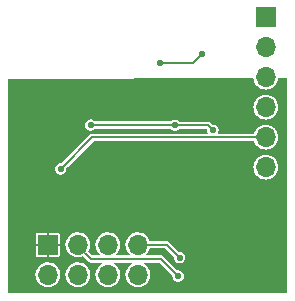
<source format=gbr>
%TF.GenerationSoftware,KiCad,Pcbnew,(6.0.7)*%
%TF.CreationDate,2022-09-08T10:14:31+02:00*%
%TF.ProjectId,esp8266_KiCAD,65737038-3236-4365-9f4b-694341442e6b,rev?*%
%TF.SameCoordinates,Original*%
%TF.FileFunction,Copper,L2,Bot*%
%TF.FilePolarity,Positive*%
%FSLAX46Y46*%
G04 Gerber Fmt 4.6, Leading zero omitted, Abs format (unit mm)*
G04 Created by KiCad (PCBNEW (6.0.7)) date 2022-09-08 10:14:31*
%MOMM*%
%LPD*%
G01*
G04 APERTURE LIST*
%TA.AperFunction,ComponentPad*%
%ADD10R,1.700000X1.700000*%
%TD*%
%TA.AperFunction,ComponentPad*%
%ADD11O,1.700000X1.700000*%
%TD*%
%TA.AperFunction,ViaPad*%
%ADD12C,0.558800*%
%TD*%
%TA.AperFunction,Conductor*%
%ADD13C,0.200000*%
%TD*%
G04 APERTURE END LIST*
D10*
%TO.P,U2,1,Pin_2*%
%TO.N,GND*%
X73775000Y-50840000D03*
D11*
%TO.P,U2,2,Pin_4*%
%TO.N,/TMS*%
X76315000Y-50840000D03*
%TO.P,U2,3,Pin_6*%
%TO.N,Net-(D2-Pad1)*%
X78855000Y-50840000D03*
%TO.P,U2,4,Pin_8*%
%TO.N,/TCK*%
X81395000Y-50840000D03*
%TO.P,U2,5,Pin_1*%
%TO.N,Net-(J1-Pad5)*%
X73775000Y-53380000D03*
%TO.P,U2,6,Pin_3*%
%TO.N,Net-(C2-Pad1)*%
X76315000Y-53380000D03*
%TO.P,U2,7,Pin_5*%
%TO.N,unconnected-(U2-Pad7)*%
X78855000Y-53380000D03*
%TO.P,U2,8,Pin_7*%
%TO.N,+3V3*%
X81395000Y-53380000D03*
%TD*%
D10*
%TO.P,J1,1,Pin_1*%
%TO.N,GND*%
X92225000Y-31575000D03*
D11*
%TO.P,J1,2,Pin_2*%
%TO.N,unconnected-(J1-Pad2)*%
X92225000Y-34115000D03*
%TO.P,J1,3,Pin_3*%
%TO.N,unconnected-(J1-Pad3)*%
X92225000Y-36655000D03*
%TO.P,J1,4,Pin_4*%
%TO.N,Net-(D1-Pad3)*%
X92225000Y-39195000D03*
%TO.P,J1,5,Pin_5*%
%TO.N,Net-(J1-Pad5)*%
X92225000Y-41735000D03*
%TO.P,J1,6,Pin_6*%
%TO.N,Net-(D2-Pad2)*%
X92225000Y-44275000D03*
%TD*%
D12*
%TO.N,GND*%
X75125000Y-37600000D03*
X77500000Y-37525000D03*
X76400000Y-47000000D03*
X80275000Y-39025000D03*
X80075000Y-44100000D03*
X79825000Y-48150000D03*
X82400000Y-47900000D03*
X82425000Y-44850000D03*
X82600000Y-42750000D03*
X82800000Y-39075000D03*
X84225000Y-38125000D03*
X93675000Y-37075000D03*
X89800000Y-40100000D03*
X89850000Y-38200000D03*
X93650000Y-46425000D03*
X89575000Y-45700000D03*
X86550000Y-45700000D03*
X93700000Y-54500000D03*
X89825000Y-54575000D03*
X83900000Y-54300000D03*
X71350000Y-53600000D03*
X71300000Y-50650000D03*
X71300000Y-48300000D03*
X71300000Y-46150000D03*
X71300000Y-43500000D03*
X71225000Y-40950000D03*
X71150000Y-38575000D03*
X72325000Y-37450000D03*
%TO.N,Net-(D2-Pad1)*%
X86800000Y-34675000D03*
%TO.N,Net-(C2-Pad1)*%
X87750000Y-41150000D03*
X84550000Y-40725000D03*
%TO.N,/TMS*%
X84800000Y-53500000D03*
%TO.N,/TCK*%
X84925000Y-51925000D03*
%TO.N,Net-(D2-Pad1)*%
X83300000Y-35450000D03*
%TO.N,Net-(C2-Pad1)*%
X77400000Y-40700000D03*
%TO.N,Net-(J1-Pad5)*%
X74850000Y-44425000D03*
%TD*%
D13*
%TO.N,/TMS*%
X77400000Y-52050000D02*
X83350000Y-52050000D01*
X83350000Y-52050000D02*
X84800000Y-53500000D01*
X76190000Y-50840000D02*
X77400000Y-52050000D01*
%TO.N,/TCK*%
X83840000Y-50840000D02*
X84925000Y-51925000D01*
X81270000Y-50840000D02*
X83840000Y-50840000D01*
%TO.N,Net-(J1-Pad5)*%
X74850000Y-44425000D02*
X77540000Y-41735000D01*
X77540000Y-41735000D02*
X92225000Y-41735000D01*
%TO.N,Net-(D2-Pad1)*%
X86025000Y-35450000D02*
X86800000Y-34675000D01*
X83300000Y-35450000D02*
X86025000Y-35450000D01*
%TO.N,Net-(C2-Pad1)*%
X84550000Y-40725000D02*
X87325000Y-40725000D01*
X87325000Y-40725000D02*
X87750000Y-41150000D01*
X84525000Y-40700000D02*
X84550000Y-40725000D01*
X77400000Y-40700000D02*
X84525000Y-40700000D01*
%TD*%
%TA.AperFunction,Conductor*%
%TO.N,GND*%
G36*
X93976025Y-36709240D02*
G01*
X93985100Y-36731052D01*
X93985100Y-54866350D01*
X93976094Y-54888094D01*
X93954350Y-54897100D01*
X70445650Y-54897100D01*
X70423906Y-54888094D01*
X70414900Y-54866350D01*
X70414900Y-53365262D01*
X72719520Y-53365262D01*
X72719646Y-53366763D01*
X72731730Y-53510661D01*
X72736759Y-53570553D01*
X72737173Y-53571996D01*
X72790474Y-53757878D01*
X72793544Y-53768586D01*
X72887712Y-53951818D01*
X72888646Y-53952996D01*
X72888647Y-53952998D01*
X73014745Y-54112095D01*
X73014749Y-54112099D01*
X73015677Y-54113270D01*
X73172564Y-54246791D01*
X73173870Y-54247521D01*
X73173873Y-54247523D01*
X73351084Y-54346563D01*
X73351087Y-54346564D01*
X73352398Y-54347297D01*
X73548329Y-54410959D01*
X73638255Y-54421682D01*
X73751405Y-54435174D01*
X73751411Y-54435174D01*
X73752894Y-54435351D01*
X73754389Y-54435236D01*
X73754392Y-54435236D01*
X73956796Y-54419662D01*
X73956799Y-54419662D01*
X73958300Y-54419546D01*
X73959748Y-54419142D01*
X73959752Y-54419141D01*
X74074046Y-54387229D01*
X74156725Y-54364145D01*
X74340610Y-54271258D01*
X74502951Y-54144424D01*
X74530857Y-54112095D01*
X74636585Y-53989606D01*
X74637564Y-53988472D01*
X74642070Y-53980541D01*
X74738581Y-53810650D01*
X74739323Y-53809344D01*
X74752695Y-53769147D01*
X74803878Y-53615286D01*
X74803879Y-53615282D01*
X74804351Y-53613863D01*
X74810012Y-53569055D01*
X74830065Y-53410313D01*
X74830171Y-53409474D01*
X74830583Y-53380000D01*
X74829138Y-53365262D01*
X75259520Y-53365262D01*
X75259646Y-53366763D01*
X75271730Y-53510661D01*
X75276759Y-53570553D01*
X75277173Y-53571996D01*
X75330474Y-53757878D01*
X75333544Y-53768586D01*
X75427712Y-53951818D01*
X75428646Y-53952996D01*
X75428647Y-53952998D01*
X75554745Y-54112095D01*
X75554749Y-54112099D01*
X75555677Y-54113270D01*
X75712564Y-54246791D01*
X75713870Y-54247521D01*
X75713873Y-54247523D01*
X75891084Y-54346563D01*
X75891087Y-54346564D01*
X75892398Y-54347297D01*
X76088329Y-54410959D01*
X76178255Y-54421682D01*
X76291405Y-54435174D01*
X76291411Y-54435174D01*
X76292894Y-54435351D01*
X76294389Y-54435236D01*
X76294392Y-54435236D01*
X76496796Y-54419662D01*
X76496799Y-54419662D01*
X76498300Y-54419546D01*
X76499748Y-54419142D01*
X76499752Y-54419141D01*
X76614046Y-54387229D01*
X76696725Y-54364145D01*
X76880610Y-54271258D01*
X77042951Y-54144424D01*
X77070857Y-54112095D01*
X77176585Y-53989606D01*
X77177564Y-53988472D01*
X77182070Y-53980541D01*
X77278581Y-53810650D01*
X77279323Y-53809344D01*
X77292695Y-53769147D01*
X77343878Y-53615286D01*
X77343879Y-53615282D01*
X77344351Y-53613863D01*
X77350012Y-53569055D01*
X77370065Y-53410313D01*
X77370171Y-53409474D01*
X77370583Y-53380000D01*
X77350480Y-53174970D01*
X77350048Y-53173539D01*
X77350047Y-53173534D01*
X77303835Y-53020477D01*
X77290935Y-52977749D01*
X77194218Y-52795849D01*
X77139507Y-52728767D01*
X77064961Y-52637364D01*
X77064957Y-52637360D01*
X77064011Y-52636200D01*
X76905275Y-52504882D01*
X76724055Y-52406897D01*
X76527254Y-52345977D01*
X76322369Y-52324443D01*
X76320874Y-52324579D01*
X76320872Y-52324579D01*
X76118705Y-52342977D01*
X76118702Y-52342978D01*
X76117203Y-52343114D01*
X75919572Y-52401280D01*
X75918243Y-52401975D01*
X75918240Y-52401976D01*
X75815158Y-52455866D01*
X75737002Y-52496726D01*
X75735837Y-52497663D01*
X75735835Y-52497664D01*
X75577613Y-52624877D01*
X75577610Y-52624880D01*
X75576447Y-52625815D01*
X75575487Y-52626959D01*
X75575485Y-52626961D01*
X75567733Y-52636200D01*
X75444024Y-52783630D01*
X75344776Y-52964162D01*
X75282484Y-53160532D01*
X75259520Y-53365262D01*
X74829138Y-53365262D01*
X74810480Y-53174970D01*
X74810048Y-53173539D01*
X74810047Y-53173534D01*
X74763835Y-53020477D01*
X74750935Y-52977749D01*
X74654218Y-52795849D01*
X74599507Y-52728767D01*
X74524961Y-52637364D01*
X74524957Y-52637360D01*
X74524011Y-52636200D01*
X74365275Y-52504882D01*
X74184055Y-52406897D01*
X73987254Y-52345977D01*
X73782369Y-52324443D01*
X73780874Y-52324579D01*
X73780872Y-52324579D01*
X73578705Y-52342977D01*
X73578702Y-52342978D01*
X73577203Y-52343114D01*
X73379572Y-52401280D01*
X73378243Y-52401975D01*
X73378240Y-52401976D01*
X73275158Y-52455866D01*
X73197002Y-52496726D01*
X73195837Y-52497663D01*
X73195835Y-52497664D01*
X73037613Y-52624877D01*
X73037610Y-52624880D01*
X73036447Y-52625815D01*
X73035487Y-52626959D01*
X73035485Y-52626961D01*
X73027733Y-52636200D01*
X72904024Y-52783630D01*
X72804776Y-52964162D01*
X72742484Y-53160532D01*
X72719520Y-53365262D01*
X70414900Y-53365262D01*
X70414900Y-51705921D01*
X72748001Y-51705921D01*
X72748296Y-51708920D01*
X72757678Y-51756092D01*
X72759950Y-51761578D01*
X72795707Y-51815091D01*
X72799909Y-51819293D01*
X72853421Y-51855049D01*
X72858909Y-51857322D01*
X72906081Y-51866705D01*
X72909078Y-51867000D01*
X73680383Y-51867000D01*
X73684708Y-51865208D01*
X73686500Y-51860883D01*
X73686500Y-51860882D01*
X73863500Y-51860882D01*
X73865292Y-51865207D01*
X73869617Y-51866999D01*
X74640921Y-51866999D01*
X74643920Y-51866704D01*
X74691092Y-51857322D01*
X74696578Y-51855050D01*
X74750091Y-51819293D01*
X74754293Y-51815091D01*
X74790049Y-51761579D01*
X74792322Y-51756091D01*
X74801705Y-51708919D01*
X74802000Y-51705922D01*
X74802000Y-50934617D01*
X74800208Y-50930292D01*
X74795883Y-50928500D01*
X73869617Y-50928500D01*
X73865292Y-50930292D01*
X73863500Y-50934617D01*
X73863500Y-51860882D01*
X73686500Y-51860882D01*
X73686500Y-50934617D01*
X73684708Y-50930292D01*
X73680383Y-50928500D01*
X72754118Y-50928500D01*
X72749793Y-50930292D01*
X72748001Y-50934617D01*
X72748001Y-51705921D01*
X70414900Y-51705921D01*
X70414900Y-50825262D01*
X75259520Y-50825262D01*
X75276759Y-51030553D01*
X75333544Y-51228586D01*
X75427712Y-51411818D01*
X75428646Y-51412996D01*
X75428647Y-51412998D01*
X75554745Y-51572095D01*
X75554749Y-51572099D01*
X75555677Y-51573270D01*
X75712564Y-51706791D01*
X75713870Y-51707521D01*
X75713873Y-51707523D01*
X75891084Y-51806563D01*
X75891087Y-51806564D01*
X75892398Y-51807297D01*
X76088329Y-51870959D01*
X76178255Y-51881682D01*
X76291405Y-51895174D01*
X76291411Y-51895174D01*
X76292894Y-51895351D01*
X76294389Y-51895236D01*
X76294392Y-51895236D01*
X76496796Y-51879662D01*
X76496799Y-51879662D01*
X76498300Y-51879546D01*
X76499748Y-51879142D01*
X76499752Y-51879141D01*
X76614046Y-51847229D01*
X76696725Y-51824145D01*
X76711703Y-51816579D01*
X76735169Y-51814814D01*
X76747310Y-51822282D01*
X77148345Y-52223317D01*
X77151409Y-52227609D01*
X77151637Y-52227440D01*
X77153327Y-52229716D01*
X77154575Y-52232269D01*
X77156655Y-52234199D01*
X77156657Y-52234201D01*
X77191762Y-52266765D01*
X77192593Y-52267565D01*
X77207276Y-52282248D01*
X77209934Y-52284071D01*
X77213450Y-52286883D01*
X77226702Y-52299176D01*
X77236646Y-52308401D01*
X77239283Y-52309453D01*
X77254390Y-52315480D01*
X77260389Y-52318684D01*
X77273803Y-52327885D01*
X77276146Y-52329492D01*
X77306936Y-52336799D01*
X77311226Y-52338155D01*
X77340622Y-52349883D01*
X77344190Y-52350233D01*
X77346168Y-52350427D01*
X77346173Y-52350427D01*
X77346915Y-52350500D01*
X77361073Y-52350500D01*
X77368173Y-52351331D01*
X77382305Y-52354685D01*
X77382306Y-52354685D01*
X77385066Y-52355340D01*
X77418565Y-52350781D01*
X77422712Y-52350500D01*
X78431514Y-52350500D01*
X78453258Y-52359506D01*
X78462264Y-52381250D01*
X78453258Y-52402994D01*
X78445761Y-52408500D01*
X78277002Y-52496726D01*
X78275837Y-52497663D01*
X78275835Y-52497664D01*
X78117613Y-52624877D01*
X78117610Y-52624880D01*
X78116447Y-52625815D01*
X78115487Y-52626959D01*
X78115485Y-52626961D01*
X78107733Y-52636200D01*
X77984024Y-52783630D01*
X77884776Y-52964162D01*
X77822484Y-53160532D01*
X77799520Y-53365262D01*
X77799646Y-53366763D01*
X77811730Y-53510661D01*
X77816759Y-53570553D01*
X77817173Y-53571996D01*
X77870474Y-53757878D01*
X77873544Y-53768586D01*
X77967712Y-53951818D01*
X77968646Y-53952996D01*
X77968647Y-53952998D01*
X78094745Y-54112095D01*
X78094749Y-54112099D01*
X78095677Y-54113270D01*
X78252564Y-54246791D01*
X78253870Y-54247521D01*
X78253873Y-54247523D01*
X78431084Y-54346563D01*
X78431087Y-54346564D01*
X78432398Y-54347297D01*
X78628329Y-54410959D01*
X78718255Y-54421682D01*
X78831405Y-54435174D01*
X78831411Y-54435174D01*
X78832894Y-54435351D01*
X78834389Y-54435236D01*
X78834392Y-54435236D01*
X79036796Y-54419662D01*
X79036799Y-54419662D01*
X79038300Y-54419546D01*
X79039748Y-54419142D01*
X79039752Y-54419141D01*
X79154046Y-54387229D01*
X79236725Y-54364145D01*
X79420610Y-54271258D01*
X79582951Y-54144424D01*
X79610857Y-54112095D01*
X79716585Y-53989606D01*
X79717564Y-53988472D01*
X79722070Y-53980541D01*
X79818581Y-53810650D01*
X79819323Y-53809344D01*
X79832695Y-53769147D01*
X79883878Y-53615286D01*
X79883879Y-53615282D01*
X79884351Y-53613863D01*
X79890012Y-53569055D01*
X79910065Y-53410313D01*
X79910171Y-53409474D01*
X79910583Y-53380000D01*
X79890480Y-53174970D01*
X79890048Y-53173539D01*
X79890047Y-53173534D01*
X79843835Y-53020477D01*
X79830935Y-52977749D01*
X79734218Y-52795849D01*
X79679507Y-52728767D01*
X79604961Y-52637364D01*
X79604957Y-52637360D01*
X79604011Y-52636200D01*
X79445275Y-52504882D01*
X79266648Y-52408299D01*
X79251805Y-52390035D01*
X79254224Y-52366625D01*
X79272488Y-52351782D01*
X79281273Y-52350500D01*
X80971514Y-52350500D01*
X80993258Y-52359506D01*
X81002264Y-52381250D01*
X80993258Y-52402994D01*
X80985761Y-52408500D01*
X80817002Y-52496726D01*
X80815837Y-52497663D01*
X80815835Y-52497664D01*
X80657613Y-52624877D01*
X80657610Y-52624880D01*
X80656447Y-52625815D01*
X80655487Y-52626959D01*
X80655485Y-52626961D01*
X80647733Y-52636200D01*
X80524024Y-52783630D01*
X80424776Y-52964162D01*
X80362484Y-53160532D01*
X80339520Y-53365262D01*
X80339646Y-53366763D01*
X80351730Y-53510661D01*
X80356759Y-53570553D01*
X80357173Y-53571996D01*
X80410474Y-53757878D01*
X80413544Y-53768586D01*
X80507712Y-53951818D01*
X80508646Y-53952996D01*
X80508647Y-53952998D01*
X80634745Y-54112095D01*
X80634749Y-54112099D01*
X80635677Y-54113270D01*
X80792564Y-54246791D01*
X80793870Y-54247521D01*
X80793873Y-54247523D01*
X80971084Y-54346563D01*
X80971087Y-54346564D01*
X80972398Y-54347297D01*
X81168329Y-54410959D01*
X81258255Y-54421682D01*
X81371405Y-54435174D01*
X81371411Y-54435174D01*
X81372894Y-54435351D01*
X81374389Y-54435236D01*
X81374392Y-54435236D01*
X81576796Y-54419662D01*
X81576799Y-54419662D01*
X81578300Y-54419546D01*
X81579748Y-54419142D01*
X81579752Y-54419141D01*
X81694046Y-54387229D01*
X81776725Y-54364145D01*
X81960610Y-54271258D01*
X82122951Y-54144424D01*
X82150857Y-54112095D01*
X82256585Y-53989606D01*
X82257564Y-53988472D01*
X82262070Y-53980541D01*
X82358581Y-53810650D01*
X82359323Y-53809344D01*
X82372695Y-53769147D01*
X82423878Y-53615286D01*
X82423879Y-53615282D01*
X82424351Y-53613863D01*
X82430012Y-53569055D01*
X82450065Y-53410313D01*
X82450171Y-53409474D01*
X82450583Y-53380000D01*
X82430480Y-53174970D01*
X82430048Y-53173539D01*
X82430047Y-53173534D01*
X82383835Y-53020477D01*
X82370935Y-52977749D01*
X82274218Y-52795849D01*
X82219507Y-52728767D01*
X82144961Y-52637364D01*
X82144957Y-52637360D01*
X82144011Y-52636200D01*
X81985275Y-52504882D01*
X81806648Y-52408299D01*
X81791805Y-52390035D01*
X81794224Y-52366625D01*
X81812488Y-52351782D01*
X81821273Y-52350500D01*
X83212791Y-52350500D01*
X83234535Y-52359506D01*
X84311420Y-53436391D01*
X84320426Y-53458135D01*
X84320060Y-53462865D01*
X84315538Y-53491909D01*
X84315538Y-53491913D01*
X84315201Y-53494077D01*
X84333025Y-53630382D01*
X84388389Y-53756205D01*
X84389794Y-53757877D01*
X84389795Y-53757878D01*
X84469499Y-53852697D01*
X84476842Y-53861433D01*
X84478669Y-53862649D01*
X84478671Y-53862651D01*
X84495985Y-53874176D01*
X84591273Y-53937605D01*
X84593365Y-53938259D01*
X84593366Y-53938259D01*
X84632483Y-53950480D01*
X84722484Y-53978598D01*
X84771303Y-53979493D01*
X84857737Y-53981077D01*
X84857738Y-53981077D01*
X84859926Y-53981117D01*
X84862038Y-53980541D01*
X84862040Y-53980541D01*
X84963067Y-53952998D01*
X84992551Y-53944960D01*
X84994413Y-53943817D01*
X84994417Y-53943815D01*
X85107834Y-53874176D01*
X85107835Y-53874176D01*
X85109697Y-53873032D01*
X85201946Y-53771116D01*
X85261884Y-53647406D01*
X85284690Y-53511846D01*
X85284835Y-53500000D01*
X85284299Y-53496253D01*
X85265658Y-53366096D01*
X85265347Y-53363923D01*
X85208450Y-53238785D01*
X85118719Y-53134646D01*
X85116881Y-53133454D01*
X85116879Y-53133453D01*
X85005203Y-53061069D01*
X85005201Y-53061068D01*
X85003365Y-53059878D01*
X84929233Y-53037707D01*
X84873764Y-53021118D01*
X84873762Y-53021118D01*
X84871663Y-53020490D01*
X84775167Y-53019901D01*
X84757315Y-53019792D01*
X84735759Y-53010787D01*
X83601656Y-51876685D01*
X83598591Y-51872391D01*
X83598363Y-51872560D01*
X83596673Y-51870284D01*
X83595425Y-51867731D01*
X83593345Y-51865801D01*
X83593343Y-51865799D01*
X83558224Y-51833222D01*
X83557393Y-51832422D01*
X83542723Y-51817752D01*
X83540067Y-51815929D01*
X83536554Y-51813120D01*
X83515437Y-51793531D01*
X83515436Y-51793531D01*
X83513354Y-51791599D01*
X83495607Y-51784519D01*
X83489611Y-51781317D01*
X83473854Y-51770508D01*
X83443064Y-51763201D01*
X83438774Y-51761845D01*
X83409378Y-51750117D01*
X83405810Y-51749767D01*
X83403832Y-51749573D01*
X83403827Y-51749573D01*
X83403085Y-51749500D01*
X83388927Y-51749500D01*
X83381827Y-51748669D01*
X83367695Y-51745315D01*
X83367694Y-51745315D01*
X83364934Y-51744660D01*
X83331435Y-51749219D01*
X83327288Y-51749500D01*
X82026566Y-51749500D01*
X82004822Y-51740494D01*
X81995816Y-51718750D01*
X82004822Y-51697006D01*
X82007634Y-51694519D01*
X82121767Y-51605349D01*
X82122951Y-51604424D01*
X82150857Y-51572095D01*
X82256585Y-51449606D01*
X82257564Y-51448472D01*
X82259266Y-51445477D01*
X82358581Y-51270650D01*
X82359323Y-51269344D01*
X82372438Y-51229920D01*
X82395184Y-51161544D01*
X82410594Y-51143755D01*
X82424362Y-51140500D01*
X83702791Y-51140500D01*
X83724535Y-51149506D01*
X84436420Y-51861391D01*
X84445426Y-51883135D01*
X84445060Y-51887865D01*
X84440538Y-51916909D01*
X84440538Y-51916913D01*
X84440201Y-51919077D01*
X84458025Y-52055382D01*
X84513389Y-52181205D01*
X84514794Y-52182877D01*
X84514795Y-52182878D01*
X84585309Y-52266765D01*
X84601842Y-52286433D01*
X84603669Y-52287649D01*
X84603671Y-52287651D01*
X84705359Y-52355340D01*
X84716273Y-52362605D01*
X84718365Y-52363259D01*
X84718366Y-52363259D01*
X84842292Y-52401976D01*
X84847484Y-52403598D01*
X84896303Y-52404493D01*
X84982737Y-52406077D01*
X84982738Y-52406077D01*
X84984926Y-52406117D01*
X84987038Y-52405541D01*
X84987040Y-52405541D01*
X85051238Y-52388039D01*
X85117551Y-52369960D01*
X85119413Y-52368817D01*
X85119417Y-52368815D01*
X85232834Y-52299176D01*
X85232835Y-52299176D01*
X85234697Y-52298032D01*
X85326946Y-52196116D01*
X85386884Y-52072406D01*
X85409690Y-51936846D01*
X85409835Y-51925000D01*
X85409299Y-51921253D01*
X85390658Y-51791096D01*
X85390347Y-51788923D01*
X85333450Y-51663785D01*
X85243719Y-51559646D01*
X85241881Y-51558454D01*
X85241879Y-51558453D01*
X85130203Y-51486069D01*
X85130201Y-51486068D01*
X85128365Y-51484878D01*
X85054233Y-51462707D01*
X84998764Y-51446118D01*
X84998762Y-51446118D01*
X84996663Y-51445490D01*
X84900167Y-51444901D01*
X84882315Y-51444792D01*
X84860759Y-51435787D01*
X84091656Y-50666685D01*
X84088591Y-50662391D01*
X84088363Y-50662560D01*
X84086673Y-50660284D01*
X84085425Y-50657731D01*
X84083345Y-50655801D01*
X84083343Y-50655799D01*
X84048224Y-50623222D01*
X84047393Y-50622422D01*
X84032723Y-50607752D01*
X84030067Y-50605929D01*
X84026554Y-50603120D01*
X84005437Y-50583531D01*
X84005436Y-50583531D01*
X84003354Y-50581599D01*
X83985607Y-50574519D01*
X83979611Y-50571317D01*
X83963854Y-50560508D01*
X83933064Y-50553201D01*
X83928774Y-50551845D01*
X83899378Y-50540117D01*
X83895810Y-50539767D01*
X83893832Y-50539573D01*
X83893827Y-50539573D01*
X83893085Y-50539500D01*
X83878927Y-50539500D01*
X83871827Y-50538669D01*
X83857695Y-50535315D01*
X83857694Y-50535315D01*
X83854934Y-50534660D01*
X83821435Y-50539219D01*
X83817288Y-50539500D01*
X82424493Y-50539500D01*
X82402749Y-50530494D01*
X82395055Y-50517638D01*
X82371367Y-50439181D01*
X82370935Y-50437749D01*
X82274218Y-50255849D01*
X82219507Y-50188767D01*
X82144961Y-50097364D01*
X82144957Y-50097360D01*
X82144011Y-50096200D01*
X82130324Y-50084877D01*
X81986437Y-49965843D01*
X81986435Y-49965842D01*
X81985275Y-49964882D01*
X81804055Y-49866897D01*
X81607254Y-49805977D01*
X81402369Y-49784443D01*
X81400874Y-49784579D01*
X81400872Y-49784579D01*
X81198705Y-49802977D01*
X81198702Y-49802978D01*
X81197203Y-49803114D01*
X80999572Y-49861280D01*
X80998243Y-49861975D01*
X80998240Y-49861976D01*
X80987458Y-49867613D01*
X80817002Y-49956726D01*
X80815837Y-49957663D01*
X80815835Y-49957664D01*
X80657613Y-50084877D01*
X80657610Y-50084880D01*
X80656447Y-50085815D01*
X80655487Y-50086959D01*
X80655485Y-50086961D01*
X80647733Y-50096200D01*
X80524024Y-50243630D01*
X80424776Y-50424162D01*
X80362484Y-50620532D01*
X80339520Y-50825262D01*
X80356759Y-51030553D01*
X80413544Y-51228586D01*
X80507712Y-51411818D01*
X80508646Y-51412996D01*
X80508647Y-51412998D01*
X80634745Y-51572095D01*
X80634749Y-51572099D01*
X80635677Y-51573270D01*
X80778145Y-51694519D01*
X80779101Y-51695333D01*
X80789822Y-51716284D01*
X80782588Y-51738680D01*
X80761637Y-51749401D01*
X80759171Y-51749500D01*
X79486566Y-51749500D01*
X79464822Y-51740494D01*
X79455816Y-51718750D01*
X79464822Y-51697006D01*
X79467634Y-51694519D01*
X79581767Y-51605349D01*
X79582951Y-51604424D01*
X79610857Y-51572095D01*
X79716585Y-51449606D01*
X79717564Y-51448472D01*
X79719266Y-51445477D01*
X79818581Y-51270650D01*
X79819323Y-51269344D01*
X79832438Y-51229920D01*
X79883878Y-51075286D01*
X79883879Y-51075282D01*
X79884351Y-51073863D01*
X79890012Y-51029055D01*
X79910065Y-50870313D01*
X79910171Y-50869474D01*
X79910583Y-50840000D01*
X79892712Y-50657731D01*
X79890627Y-50636466D01*
X79890626Y-50636463D01*
X79890480Y-50634970D01*
X79890048Y-50633539D01*
X79890047Y-50633534D01*
X79831367Y-50439181D01*
X79830935Y-50437749D01*
X79734218Y-50255849D01*
X79679507Y-50188767D01*
X79604961Y-50097364D01*
X79604957Y-50097360D01*
X79604011Y-50096200D01*
X79590324Y-50084877D01*
X79446437Y-49965843D01*
X79446435Y-49965842D01*
X79445275Y-49964882D01*
X79264055Y-49866897D01*
X79067254Y-49805977D01*
X78862369Y-49784443D01*
X78860874Y-49784579D01*
X78860872Y-49784579D01*
X78658705Y-49802977D01*
X78658702Y-49802978D01*
X78657203Y-49803114D01*
X78459572Y-49861280D01*
X78458243Y-49861975D01*
X78458240Y-49861976D01*
X78447458Y-49867613D01*
X78277002Y-49956726D01*
X78275837Y-49957663D01*
X78275835Y-49957664D01*
X78117613Y-50084877D01*
X78117610Y-50084880D01*
X78116447Y-50085815D01*
X78115487Y-50086959D01*
X78115485Y-50086961D01*
X78107733Y-50096200D01*
X77984024Y-50243630D01*
X77884776Y-50424162D01*
X77822484Y-50620532D01*
X77799520Y-50825262D01*
X77816759Y-51030553D01*
X77873544Y-51228586D01*
X77967712Y-51411818D01*
X77968646Y-51412996D01*
X77968647Y-51412998D01*
X78094745Y-51572095D01*
X78094749Y-51572099D01*
X78095677Y-51573270D01*
X78238145Y-51694519D01*
X78239101Y-51695333D01*
X78249822Y-51716284D01*
X78242588Y-51738680D01*
X78221637Y-51749401D01*
X78219171Y-51749500D01*
X77537209Y-51749500D01*
X77515465Y-51740494D01*
X77210749Y-51435778D01*
X77201743Y-51414034D01*
X77205756Y-51398845D01*
X77278581Y-51270650D01*
X77279323Y-51269344D01*
X77292438Y-51229920D01*
X77343878Y-51075286D01*
X77343879Y-51075282D01*
X77344351Y-51073863D01*
X77350012Y-51029055D01*
X77370065Y-50870313D01*
X77370171Y-50869474D01*
X77370583Y-50840000D01*
X77352712Y-50657731D01*
X77350627Y-50636466D01*
X77350626Y-50636463D01*
X77350480Y-50634970D01*
X77350048Y-50633539D01*
X77350047Y-50633534D01*
X77291367Y-50439181D01*
X77290935Y-50437749D01*
X77194218Y-50255849D01*
X77139507Y-50188767D01*
X77064961Y-50097364D01*
X77064957Y-50097360D01*
X77064011Y-50096200D01*
X77050324Y-50084877D01*
X76906437Y-49965843D01*
X76906435Y-49965842D01*
X76905275Y-49964882D01*
X76724055Y-49866897D01*
X76527254Y-49805977D01*
X76322369Y-49784443D01*
X76320874Y-49784579D01*
X76320872Y-49784579D01*
X76118705Y-49802977D01*
X76118702Y-49802978D01*
X76117203Y-49803114D01*
X75919572Y-49861280D01*
X75918243Y-49861975D01*
X75918240Y-49861976D01*
X75907458Y-49867613D01*
X75737002Y-49956726D01*
X75735837Y-49957663D01*
X75735835Y-49957664D01*
X75577613Y-50084877D01*
X75577610Y-50084880D01*
X75576447Y-50085815D01*
X75575487Y-50086959D01*
X75575485Y-50086961D01*
X75567733Y-50096200D01*
X75444024Y-50243630D01*
X75344776Y-50424162D01*
X75282484Y-50620532D01*
X75259520Y-50825262D01*
X70414900Y-50825262D01*
X70414900Y-50745383D01*
X72748000Y-50745383D01*
X72749792Y-50749708D01*
X72754117Y-50751500D01*
X73680383Y-50751500D01*
X73684708Y-50749708D01*
X73686500Y-50745383D01*
X73863500Y-50745383D01*
X73865292Y-50749708D01*
X73869617Y-50751500D01*
X74795882Y-50751500D01*
X74800207Y-50749708D01*
X74801999Y-50745383D01*
X74801999Y-49974079D01*
X74801704Y-49971080D01*
X74792322Y-49923908D01*
X74790050Y-49918422D01*
X74754293Y-49864909D01*
X74750091Y-49860707D01*
X74696579Y-49824951D01*
X74691091Y-49822678D01*
X74643919Y-49813295D01*
X74640922Y-49813000D01*
X73869617Y-49813000D01*
X73865292Y-49814792D01*
X73863500Y-49819117D01*
X73863500Y-50745383D01*
X73686500Y-50745383D01*
X73686500Y-49819118D01*
X73684708Y-49814793D01*
X73680383Y-49813001D01*
X72909079Y-49813001D01*
X72906080Y-49813296D01*
X72858908Y-49822678D01*
X72853422Y-49824950D01*
X72799909Y-49860707D01*
X72795707Y-49864909D01*
X72759951Y-49918421D01*
X72757678Y-49923909D01*
X72748295Y-49971081D01*
X72748000Y-49974078D01*
X72748000Y-50745383D01*
X70414900Y-50745383D01*
X70414900Y-44419077D01*
X74365201Y-44419077D01*
X74383025Y-44555382D01*
X74438389Y-44681205D01*
X74526842Y-44786433D01*
X74528669Y-44787649D01*
X74528671Y-44787651D01*
X74619329Y-44847998D01*
X74641273Y-44862605D01*
X74643365Y-44863259D01*
X74643366Y-44863259D01*
X74708064Y-44883472D01*
X74772484Y-44903598D01*
X74821303Y-44904493D01*
X74907737Y-44906077D01*
X74907738Y-44906077D01*
X74909926Y-44906117D01*
X74912038Y-44905541D01*
X74912040Y-44905541D01*
X74988829Y-44884606D01*
X75042551Y-44869960D01*
X75044413Y-44868817D01*
X75044417Y-44868815D01*
X75157834Y-44799176D01*
X75157835Y-44799176D01*
X75159697Y-44798032D01*
X75251946Y-44696116D01*
X75311884Y-44572406D01*
X75334690Y-44436846D01*
X75334835Y-44425000D01*
X75329516Y-44387860D01*
X75335350Y-44365061D01*
X75338212Y-44361759D01*
X75439709Y-44260262D01*
X91169520Y-44260262D01*
X91169646Y-44261763D01*
X91184447Y-44438015D01*
X91186759Y-44465553D01*
X91243544Y-44663586D01*
X91337712Y-44846818D01*
X91338646Y-44847996D01*
X91338647Y-44847998D01*
X91464745Y-45007095D01*
X91464749Y-45007099D01*
X91465677Y-45008270D01*
X91622564Y-45141791D01*
X91623870Y-45142521D01*
X91623873Y-45142523D01*
X91801084Y-45241563D01*
X91801087Y-45241564D01*
X91802398Y-45242297D01*
X91998329Y-45305959D01*
X92088255Y-45316682D01*
X92201405Y-45330174D01*
X92201411Y-45330174D01*
X92202894Y-45330351D01*
X92204389Y-45330236D01*
X92204392Y-45330236D01*
X92406796Y-45314662D01*
X92406799Y-45314662D01*
X92408300Y-45314546D01*
X92409748Y-45314142D01*
X92409752Y-45314141D01*
X92524046Y-45282229D01*
X92606725Y-45259145D01*
X92790610Y-45166258D01*
X92952951Y-45039424D01*
X92980857Y-45007095D01*
X93039628Y-44939007D01*
X93087564Y-44883472D01*
X93095891Y-44868815D01*
X93188581Y-44705650D01*
X93189323Y-44704344D01*
X93196464Y-44682878D01*
X93253878Y-44510286D01*
X93253879Y-44510282D01*
X93254351Y-44508863D01*
X93260012Y-44464055D01*
X93280065Y-44305313D01*
X93280171Y-44304474D01*
X93280438Y-44285411D01*
X93280571Y-44275861D01*
X93280571Y-44275860D01*
X93280583Y-44275000D01*
X93260480Y-44069970D01*
X93260048Y-44068539D01*
X93260047Y-44068534D01*
X93201367Y-43874181D01*
X93200935Y-43872749D01*
X93104218Y-43690849D01*
X93049507Y-43623767D01*
X92974961Y-43532364D01*
X92974957Y-43532360D01*
X92974011Y-43531200D01*
X92815275Y-43399882D01*
X92634055Y-43301897D01*
X92437254Y-43240977D01*
X92232369Y-43219443D01*
X92230874Y-43219579D01*
X92230872Y-43219579D01*
X92028705Y-43237977D01*
X92028702Y-43237978D01*
X92027203Y-43238114D01*
X91829572Y-43296280D01*
X91828243Y-43296975D01*
X91828240Y-43296976D01*
X91817458Y-43302613D01*
X91647002Y-43391726D01*
X91645837Y-43392663D01*
X91645835Y-43392664D01*
X91487613Y-43519877D01*
X91487610Y-43519880D01*
X91486447Y-43520815D01*
X91485487Y-43521959D01*
X91485485Y-43521961D01*
X91477733Y-43531200D01*
X91354024Y-43678630D01*
X91254776Y-43859162D01*
X91192484Y-44055532D01*
X91169520Y-44260262D01*
X75439709Y-44260262D01*
X77655465Y-42044506D01*
X77677209Y-42035500D01*
X91195114Y-42035500D01*
X91216858Y-42044506D01*
X91224673Y-42057774D01*
X91243544Y-42123586D01*
X91337712Y-42306818D01*
X91338646Y-42307996D01*
X91338647Y-42307998D01*
X91464745Y-42467095D01*
X91464749Y-42467099D01*
X91465677Y-42468270D01*
X91622564Y-42601791D01*
X91623870Y-42602521D01*
X91623873Y-42602523D01*
X91801084Y-42701563D01*
X91801087Y-42701564D01*
X91802398Y-42702297D01*
X91998329Y-42765959D01*
X92088255Y-42776682D01*
X92201405Y-42790174D01*
X92201411Y-42790174D01*
X92202894Y-42790351D01*
X92204389Y-42790236D01*
X92204392Y-42790236D01*
X92406796Y-42774662D01*
X92406799Y-42774662D01*
X92408300Y-42774546D01*
X92409748Y-42774142D01*
X92409752Y-42774141D01*
X92524046Y-42742229D01*
X92606725Y-42719145D01*
X92790610Y-42626258D01*
X92952951Y-42499424D01*
X92980857Y-42467095D01*
X93086585Y-42344606D01*
X93087564Y-42343472D01*
X93108387Y-42306818D01*
X93188581Y-42165650D01*
X93189323Y-42164344D01*
X93202438Y-42124920D01*
X93253878Y-41970286D01*
X93253879Y-41970282D01*
X93254351Y-41968863D01*
X93280171Y-41764474D01*
X93280583Y-41735000D01*
X93280499Y-41734141D01*
X93260627Y-41531466D01*
X93260626Y-41531463D01*
X93260480Y-41529970D01*
X93260048Y-41528539D01*
X93260047Y-41528534D01*
X93201367Y-41334181D01*
X93200935Y-41332749D01*
X93104218Y-41150849D01*
X93009331Y-41034506D01*
X92974961Y-40992364D01*
X92974957Y-40992360D01*
X92974011Y-40991200D01*
X92933732Y-40957878D01*
X92816437Y-40860843D01*
X92816435Y-40860842D01*
X92815275Y-40859882D01*
X92634055Y-40761897D01*
X92437254Y-40700977D01*
X92232369Y-40679443D01*
X92230874Y-40679579D01*
X92230872Y-40679579D01*
X92028705Y-40697977D01*
X92028702Y-40697978D01*
X92027203Y-40698114D01*
X91829572Y-40756280D01*
X91828243Y-40756975D01*
X91828240Y-40756976D01*
X91817458Y-40762613D01*
X91647002Y-40851726D01*
X91645837Y-40852663D01*
X91645835Y-40852664D01*
X91487613Y-40979877D01*
X91487610Y-40979880D01*
X91486447Y-40980815D01*
X91485487Y-40981959D01*
X91485485Y-40981961D01*
X91399233Y-41084752D01*
X91354024Y-41138630D01*
X91254776Y-41319162D01*
X91254322Y-41320592D01*
X91254322Y-41320593D01*
X91224994Y-41413048D01*
X91209834Y-41431050D01*
X91195683Y-41434500D01*
X88194529Y-41434500D01*
X88172785Y-41425494D01*
X88163779Y-41403750D01*
X88166856Y-41390342D01*
X88210929Y-41299377D01*
X88211884Y-41297406D01*
X88234690Y-41161846D01*
X88234835Y-41150000D01*
X88234299Y-41146253D01*
X88221819Y-41059117D01*
X88215347Y-41013923D01*
X88158450Y-40888785D01*
X88127327Y-40852664D01*
X88070151Y-40786308D01*
X88068719Y-40784646D01*
X88066881Y-40783454D01*
X88066879Y-40783453D01*
X87955203Y-40711069D01*
X87955201Y-40711068D01*
X87953365Y-40709878D01*
X87879233Y-40687707D01*
X87823764Y-40671118D01*
X87823762Y-40671118D01*
X87821663Y-40670490D01*
X87725049Y-40669900D01*
X87707314Y-40669792D01*
X87685758Y-40660787D01*
X87576656Y-40551685D01*
X87573591Y-40547391D01*
X87573363Y-40547560D01*
X87571673Y-40545284D01*
X87570425Y-40542731D01*
X87568345Y-40540801D01*
X87568343Y-40540799D01*
X87533224Y-40508222D01*
X87532393Y-40507422D01*
X87517723Y-40492752D01*
X87515067Y-40490929D01*
X87511554Y-40488120D01*
X87490437Y-40468531D01*
X87490436Y-40468531D01*
X87488354Y-40466599D01*
X87470607Y-40459519D01*
X87464611Y-40456317D01*
X87448854Y-40445508D01*
X87418064Y-40438201D01*
X87413774Y-40436845D01*
X87384378Y-40425117D01*
X87380810Y-40424767D01*
X87378832Y-40424573D01*
X87378827Y-40424573D01*
X87378085Y-40424500D01*
X87363927Y-40424500D01*
X87356827Y-40423669D01*
X87342695Y-40420315D01*
X87342694Y-40420315D01*
X87339934Y-40419660D01*
X87306435Y-40424219D01*
X87302288Y-40424500D01*
X84938694Y-40424500D01*
X84915399Y-40413822D01*
X84870151Y-40361308D01*
X84868719Y-40359646D01*
X84866881Y-40358454D01*
X84866879Y-40358453D01*
X84755203Y-40286069D01*
X84755201Y-40286068D01*
X84753365Y-40284878D01*
X84659561Y-40256824D01*
X84623764Y-40246118D01*
X84623762Y-40246118D01*
X84621663Y-40245490D01*
X84553439Y-40245074D01*
X84486396Y-40244664D01*
X84486393Y-40244664D01*
X84484200Y-40244651D01*
X84352027Y-40282426D01*
X84350178Y-40283593D01*
X84350175Y-40283594D01*
X84237621Y-40354611D01*
X84237619Y-40354613D01*
X84235769Y-40355780D01*
X84206588Y-40388822D01*
X84206338Y-40389105D01*
X84183290Y-40399500D01*
X77788694Y-40399500D01*
X77765399Y-40388822D01*
X77738345Y-40357423D01*
X77718719Y-40334646D01*
X77716881Y-40333454D01*
X77716879Y-40333453D01*
X77605203Y-40261069D01*
X77605201Y-40261068D01*
X77603365Y-40259878D01*
X77490542Y-40226136D01*
X77473764Y-40221118D01*
X77473762Y-40221118D01*
X77471663Y-40220490D01*
X77403439Y-40220074D01*
X77336396Y-40219664D01*
X77336393Y-40219664D01*
X77334200Y-40219651D01*
X77332090Y-40220254D01*
X77243791Y-40245490D01*
X77202027Y-40257426D01*
X77200178Y-40258593D01*
X77200175Y-40258594D01*
X77087621Y-40329611D01*
X77087619Y-40329613D01*
X77085769Y-40330780D01*
X76994771Y-40433815D01*
X76993838Y-40435801D01*
X76993838Y-40435802D01*
X76937280Y-40556266D01*
X76937279Y-40556269D01*
X76936350Y-40558248D01*
X76936013Y-40560410D01*
X76936013Y-40560411D01*
X76917480Y-40679443D01*
X76915201Y-40694077D01*
X76933025Y-40830382D01*
X76933907Y-40832386D01*
X76933907Y-40832387D01*
X76946005Y-40859882D01*
X76988389Y-40956205D01*
X76989794Y-40957877D01*
X76989795Y-40957878D01*
X77025623Y-41000500D01*
X77076842Y-41061433D01*
X77078669Y-41062649D01*
X77078671Y-41062651D01*
X77189446Y-41136389D01*
X77191273Y-41137605D01*
X77193365Y-41138259D01*
X77193366Y-41138259D01*
X77234756Y-41151190D01*
X77322484Y-41178598D01*
X77371303Y-41179493D01*
X77457737Y-41181077D01*
X77457738Y-41181077D01*
X77459926Y-41181117D01*
X77462038Y-41180541D01*
X77462040Y-41180541D01*
X77566082Y-41152176D01*
X77592551Y-41144960D01*
X77594413Y-41143817D01*
X77594417Y-41143815D01*
X77707834Y-41074176D01*
X77707835Y-41074176D01*
X77709697Y-41073032D01*
X77766194Y-41010615D01*
X77788991Y-41000500D01*
X84140285Y-41000500D01*
X84162029Y-41009506D01*
X84163824Y-41011464D01*
X84183193Y-41034506D01*
X84226842Y-41086433D01*
X84228669Y-41087649D01*
X84228671Y-41087651D01*
X84339446Y-41161389D01*
X84341273Y-41162605D01*
X84343365Y-41163259D01*
X84343366Y-41163259D01*
X84398683Y-41180541D01*
X84472484Y-41203598D01*
X84521303Y-41204493D01*
X84607737Y-41206077D01*
X84607738Y-41206077D01*
X84609926Y-41206117D01*
X84612038Y-41205541D01*
X84612040Y-41205541D01*
X84676238Y-41188039D01*
X84742551Y-41169960D01*
X84744413Y-41168817D01*
X84744417Y-41168815D01*
X84857834Y-41099176D01*
X84857835Y-41099176D01*
X84859697Y-41098032D01*
X84916194Y-41035615D01*
X84938991Y-41025500D01*
X87187791Y-41025500D01*
X87209535Y-41034506D01*
X87261420Y-41086391D01*
X87270426Y-41108135D01*
X87270060Y-41112865D01*
X87265538Y-41141909D01*
X87265538Y-41141913D01*
X87265201Y-41144077D01*
X87283025Y-41280382D01*
X87283907Y-41282386D01*
X87283907Y-41282387D01*
X87331859Y-41391365D01*
X87332372Y-41414895D01*
X87316098Y-41431896D01*
X87303713Y-41434500D01*
X77595397Y-41434500D01*
X77590194Y-41433631D01*
X77590153Y-41433911D01*
X77587339Y-41433496D01*
X77584658Y-41432575D01*
X77581825Y-41432681D01*
X77581822Y-41432681D01*
X77533972Y-41434478D01*
X77532818Y-41434500D01*
X77512052Y-41434500D01*
X77508876Y-41435091D01*
X77504414Y-41435588D01*
X77492079Y-41436051D01*
X77475629Y-41436668D01*
X77475627Y-41436669D01*
X77472791Y-41436775D01*
X77470183Y-41437896D01*
X77470181Y-41437896D01*
X77455238Y-41444316D01*
X77448730Y-41446293D01*
X77432738Y-41449271D01*
X77432737Y-41449271D01*
X77429947Y-41449791D01*
X77427529Y-41451281D01*
X77427530Y-41451281D01*
X77403009Y-41466396D01*
X77399010Y-41468473D01*
X77369937Y-41480964D01*
X77365051Y-41484978D01*
X77355039Y-41494990D01*
X77349431Y-41499422D01*
X77334652Y-41508532D01*
X77332935Y-41510790D01*
X77332934Y-41510791D01*
X77314190Y-41535441D01*
X77311457Y-41538572D01*
X74913726Y-43936303D01*
X74891795Y-43945308D01*
X74838470Y-43944982D01*
X74786396Y-43944664D01*
X74786393Y-43944664D01*
X74784200Y-43944651D01*
X74652027Y-43982426D01*
X74650178Y-43983593D01*
X74650175Y-43983594D01*
X74537621Y-44054611D01*
X74537619Y-44054613D01*
X74535769Y-44055780D01*
X74444771Y-44158815D01*
X74443838Y-44160801D01*
X74443838Y-44160802D01*
X74387280Y-44281266D01*
X74387279Y-44281269D01*
X74386350Y-44283248D01*
X74386013Y-44285410D01*
X74386013Y-44285411D01*
X74374126Y-44361759D01*
X74365201Y-44419077D01*
X70414900Y-44419077D01*
X70414900Y-39180262D01*
X91169520Y-39180262D01*
X91186759Y-39385553D01*
X91243544Y-39583586D01*
X91337712Y-39766818D01*
X91338646Y-39767996D01*
X91338647Y-39767998D01*
X91464745Y-39927095D01*
X91464749Y-39927099D01*
X91465677Y-39928270D01*
X91622564Y-40061791D01*
X91623870Y-40062521D01*
X91623873Y-40062523D01*
X91801084Y-40161563D01*
X91801087Y-40161564D01*
X91802398Y-40162297D01*
X91998329Y-40225959D01*
X92088255Y-40236682D01*
X92201405Y-40250174D01*
X92201411Y-40250174D01*
X92202894Y-40250351D01*
X92204389Y-40250236D01*
X92204392Y-40250236D01*
X92406796Y-40234662D01*
X92406799Y-40234662D01*
X92408300Y-40234546D01*
X92409748Y-40234142D01*
X92409752Y-40234141D01*
X92524046Y-40202229D01*
X92606725Y-40179145D01*
X92790610Y-40086258D01*
X92952951Y-39959424D01*
X92980857Y-39927095D01*
X93086585Y-39804606D01*
X93087564Y-39803472D01*
X93108387Y-39766818D01*
X93188581Y-39625650D01*
X93189323Y-39624344D01*
X93202438Y-39584920D01*
X93253878Y-39430286D01*
X93253879Y-39430282D01*
X93254351Y-39428863D01*
X93260012Y-39384055D01*
X93280065Y-39225313D01*
X93280171Y-39224474D01*
X93280583Y-39195000D01*
X93260480Y-38989970D01*
X93260048Y-38988539D01*
X93260047Y-38988534D01*
X93201367Y-38794181D01*
X93200935Y-38792749D01*
X93104218Y-38610849D01*
X93049507Y-38543767D01*
X92974961Y-38452364D01*
X92974957Y-38452360D01*
X92974011Y-38451200D01*
X92815275Y-38319882D01*
X92634055Y-38221897D01*
X92437254Y-38160977D01*
X92232369Y-38139443D01*
X92230874Y-38139579D01*
X92230872Y-38139579D01*
X92028705Y-38157977D01*
X92028702Y-38157978D01*
X92027203Y-38158114D01*
X91829572Y-38216280D01*
X91828243Y-38216975D01*
X91828240Y-38216976D01*
X91817458Y-38222613D01*
X91647002Y-38311726D01*
X91645837Y-38312663D01*
X91645835Y-38312664D01*
X91487613Y-38439877D01*
X91487610Y-38439880D01*
X91486447Y-38440815D01*
X91485487Y-38441959D01*
X91485485Y-38441961D01*
X91477733Y-38451200D01*
X91354024Y-38598630D01*
X91254776Y-38779162D01*
X91192484Y-38975532D01*
X91169520Y-39180262D01*
X70414900Y-39180262D01*
X70414900Y-36805212D01*
X70423906Y-36783468D01*
X70445553Y-36774462D01*
X70920667Y-36772963D01*
X91146935Y-36709158D01*
X91168705Y-36718095D01*
X91177671Y-36737333D01*
X91186759Y-36845553D01*
X91243544Y-37043586D01*
X91337712Y-37226818D01*
X91338646Y-37227996D01*
X91338647Y-37227998D01*
X91464745Y-37387095D01*
X91464749Y-37387099D01*
X91465677Y-37388270D01*
X91622564Y-37521791D01*
X91623870Y-37522521D01*
X91623873Y-37522523D01*
X91801084Y-37621563D01*
X91801087Y-37621564D01*
X91802398Y-37622297D01*
X91998329Y-37685959D01*
X92088255Y-37696682D01*
X92201405Y-37710174D01*
X92201411Y-37710174D01*
X92202894Y-37710351D01*
X92204389Y-37710236D01*
X92204392Y-37710236D01*
X92406796Y-37694662D01*
X92406799Y-37694662D01*
X92408300Y-37694546D01*
X92409748Y-37694142D01*
X92409752Y-37694141D01*
X92524046Y-37662229D01*
X92606725Y-37639145D01*
X92790610Y-37546258D01*
X92952951Y-37419424D01*
X92980857Y-37387095D01*
X93086585Y-37264606D01*
X93087564Y-37263472D01*
X93108387Y-37226818D01*
X93188581Y-37085650D01*
X93189323Y-37084344D01*
X93202438Y-37044920D01*
X93253878Y-36890286D01*
X93253879Y-36890282D01*
X93254351Y-36888863D01*
X93260012Y-36844056D01*
X93274515Y-36729247D01*
X93286176Y-36708804D01*
X93304926Y-36702351D01*
X93913276Y-36700431D01*
X93954253Y-36700302D01*
X93976025Y-36709240D01*
G37*
%TD.AperFunction*%
%TD*%
M02*

</source>
